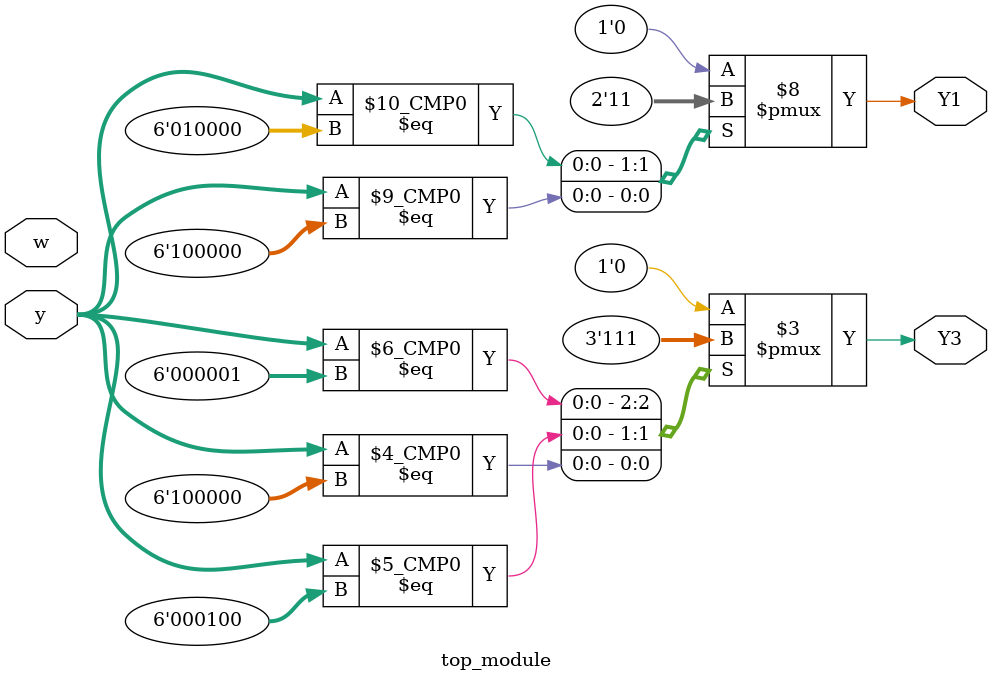
<source format=sv>
module top_module (
  input [5:0] y,
  input w,
  output reg Y1,
  output reg Y3
);

  always @(y) begin
    case (y)
      6'b000001: begin  // State A
        Y1 = 1'b0;
        Y3 = 1'b1;
      end
      
      6'b000010: begin  // State B
        Y1 = 1'b0;
        Y3 = 1'b0;
      end
      
      6'b000100: begin  // State C
        Y1 = 1'b0;
        Y3 = 1'b1;
      end
      
      6'b001000: begin  // State D
        Y1 = 1'b0;
        Y3 = 1'b0;
      end
      
      6'b010000: begin  // State E
        Y1 = 1'b1;
        Y3 = 1'b0;
      end
      
      6'b100000: begin  // State F
        Y1 = 1'b1;
        Y3 = 1'b1;
      end
      
      default: begin
        Y1 = 1'b0;
        Y3 = 1'b0;
      end
    endcase
  end

endmodule

</source>
